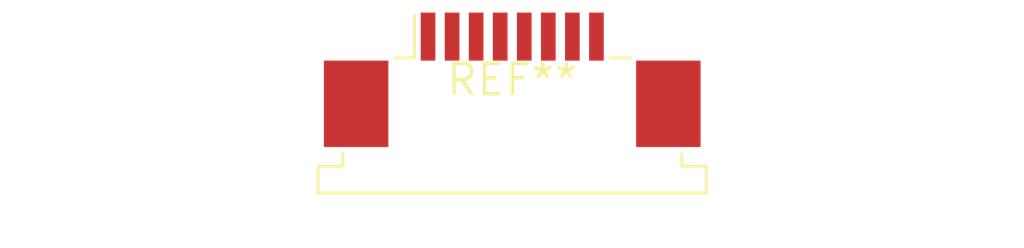
<source format=kicad_pcb>
(kicad_pcb (version 20240108) (generator pcbnew)
  (layers (0 "F.Cu" signal) (31 "B.Cu" signal) (34 "B.Paste" user) (35 "F.Paste" user) (36 "B.SilkS" user "B.Silkscreen") (37 "F.SilkS" user "F.Silkscreen") (38 "B.Mask" user) (39 "F.Mask" user) (44 "Edge.Cuts" user))
  (net 0 "")
  (footprint "TE_84953-8_1x08-1MP_P1.0mm_Horizontal" (layer "F.Cu") (at 0 0)
    (property "Reference" "REF**")
    (property "Value" "TE_84953-8_1x08-1MP_P1.0mm_Horizontal")
    (fp_line (start -8.07 3.6) (end -7.045 3.6) (layer "F.SilkS") (stroke (width 0.12)))
    (fp_line (start -8.07 4.71) (end -8.07 3.6) (layer "F.SilkS") (stroke (width 0.12)))
    (fp_line (start -7.045 3.6) (end -7.045 3.06) (layer "F.SilkS") (stroke (width 0.12)))
    (fp_line (start -4.89 -0.91) (end -4.065 -0.91) (layer "F.SilkS") (stroke (width 0.12)))
    (fp_line (start -4.065 -0.91) (end -4.065 -2.71) (layer "F.SilkS") (stroke (width 0.12)))
    (fp_line (start 4.065 -0.91) (end 4.89 -0.91) (layer "F.SilkS") (stroke (width 0.12)))
    (fp_line (start 7.045 3.06) (end 7.045 3.6) (layer "F.SilkS") (stroke (width 0.12)))
    (fp_line (start 7.045 3.6) (end 8.07 3.6) (layer "F.SilkS") (stroke (width 0.12)))
    (fp_line (start 8.07 3.6) (end 8.07 4.71) (layer "F.SilkS") (stroke (width 0.12)))
    (fp_line (start 8.07 4.71) (end -8.07 4.71) (layer "F.SilkS") (stroke (width 0.12)))
    (pad "1" smd rect (at -3.5 -1.8) (size 0.61 2) (layers "F.Cu" "F.Paste" "F.Mask"))
    (pad "2" smd rect (at -2.5 -1.8) (size 0.61 2) (layers "F.Cu" "F.Paste" "F.Mask"))
    (pad "3" smd rect (at -1.5 -1.8) (size 0.61 2) (layers "F.Cu" "F.Paste" "F.Mask"))
    (pad "4" smd rect (at -0.5 -1.8) (size 0.61 2) (layers "F.Cu" "F.Paste" "F.Mask"))
    (pad "5" smd rect (at 0.5 -1.8) (size 0.61 2) (layers "F.Cu" "F.Paste" "F.Mask"))
    (pad "6" smd rect (at 1.5 -1.8) (size 0.61 2) (layers "F.Cu" "F.Paste" "F.Mask"))
    (pad "7" smd rect (at 2.5 -1.8) (size 0.61 2) (layers "F.Cu" "F.Paste" "F.Mask"))
    (pad "8" smd rect (at 3.5 -1.8) (size 0.61 2) (layers "F.Cu" "F.Paste" "F.Mask"))
    (pad "MP" smd rect (at -6.49 1) (size 2.68 3.6) (layers "F.Cu" "F.Paste" "F.Mask"))
    (pad "MP" smd rect (at 6.49 1) (size 2.68 3.6) (layers "F.Cu" "F.Paste" "F.Mask"))
  )
)
</source>
